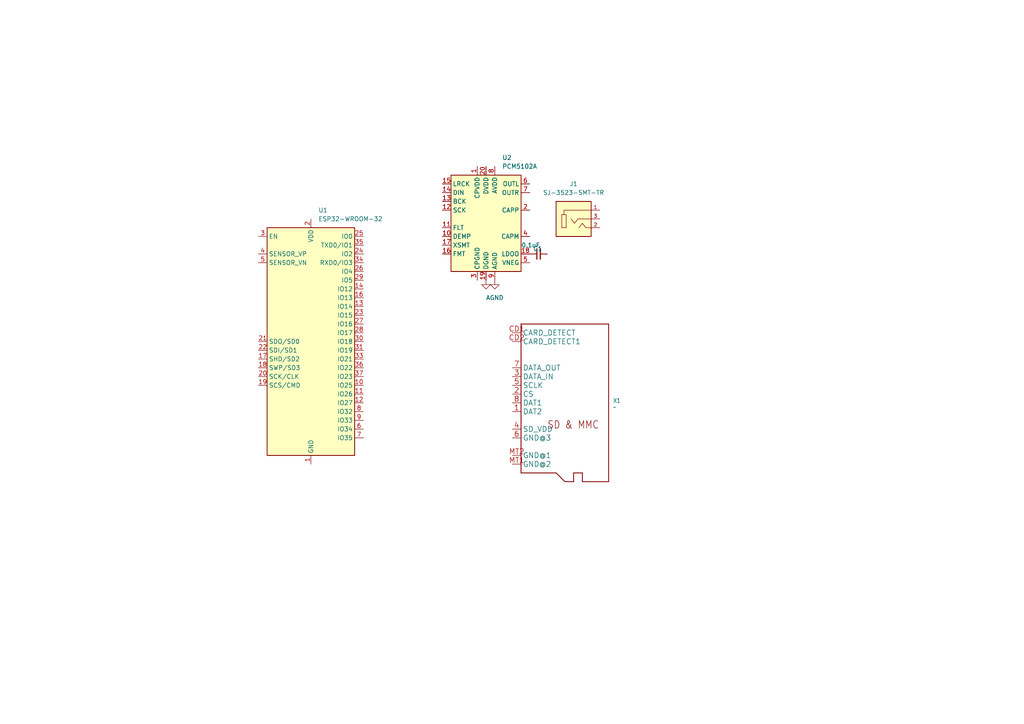
<source format=kicad_sch>
(kicad_sch (version 20250114) (generator "eeschema") (generator_version "9.0")
  (paper "A4")
  (lib_symbols
    (symbol "Adafruit_microSD:MICROSD"
      (property "Reference" "X" (at -12.7 22.606 0))
      (symbol "MICROSD_1_0"
        (polyline (pts (xy -12.7 20.32) (xy -12.7 -22.86)) (stroke (width 0.254)))
        (polyline (pts (xy -12.7 -22.86) (xy -2.54 -22.86)) (stroke (width 0.254)))
        (polyline (pts (xy -2.54 -22.86) (xy 0 -25.4)) (stroke (width 0.254)))
        (polyline (pts (xy 0 -25.4) (xy 2.54 -25.4)) (stroke (width 0.254)))
        (polyline (pts (xy 2.54 -22.86) (xy 5.08 -22.86)) (stroke (width 0.254)))
        (polyline (pts (xy 2.54 -25.4) (xy 2.54 -22.86)) (stroke (width 0.254)))
        (polyline (pts (xy 5.08 -22.86) (xy 5.08 -25.4)) (stroke (width 0.254)))
        (polyline (pts (xy 5.08 -25.4) (xy 12.7 -25.4)) (stroke (width 0.254)))
        (polyline (pts (xy 12.7 20.32) (xy -12.7 20.32)) (stroke (width 0.254)))
        (polyline (pts (xy 12.7 -25.4) (xy 12.7 20.32)) (stroke (width 0.254)))
        (text "SD & MMC" (at -5.08 -10.16 0) (effects (font (size 2.1844 1.8567)) (justify left bottom)))
        (pin passive line (at -15.24 17.78 0) (length 2.54) (name "CARD_DETECT") (number "CD1"))
        (pin passive line (at -15.24 15.24 0) (length 2.54) (name "CARD_DETECT1") (number "CD2"))
        (pin output line (at -15.24 7.62 0) (length 2.54) (name "DATA_OUT") (number "7"))
        (pin input line (at -15.24 5.08 0) (length 2.54) (name "DATA_IN") (number "3"))
        (pin input line (at -15.24 2.54 0) (length 2.54) (name "SCLK") (number "5"))
        (pin input line (at -15.24 0 0) (length 2.54) (name "CS") (number "2"))
        (pin bidirectional line (at -15.24 -2.54 0) (length 2.54) (name "DAT1") (number "8"))
        (pin bidirectional line (at -15.24 -5.08 0) (length 2.54) (name "DAT2") (number "1"))
        (pin power_in line (at -15.24 -10.16 0) (length 2.54) (name "SD_VDD") (number "4"))
        (pin power_in line (at -15.24 -12.7 0) (length 2.54) (name "GND@3") (number "6"))
        (pin power_in line (at -15.24 -17.78 0) (length 2.54) (name "GND@1") (number "MT2"))
        (pin power_in line (at -15.24 -20.32 0) (length 2.54) (name "GND@2") (number "MT1"))
      )
    )
    (symbol "Audio:PCM5102A"
      (property "Reference" "U" (at -10.16 13.97 0))
      (property "Value" "PCM5102A" (at 3.81 13.97 0))
      (symbol "PCM5102A_0_1"
        (rectangle (start -10.16 12.7) (end 10.16 -15.24) (stroke (width 0.254)) (fill (type background)))
      )
      (symbol "PCM5102A_1_1"
        (pin input line (at -12.7 10.16 0) (length 2.54) (name "LRCK") (number "15"))
        (pin input line (at -12.7 7.62 0) (length 2.54) (name "DIN") (number "14"))
        (pin input line (at -12.7 5.08 0) (length 2.54) (name "BCK") (number "13"))
        (pin input line (at -12.7 2.54 0) (length 2.54) (name "SCK") (number "12"))
        (pin input line (at -12.7 -2.54 0) (length 2.54) (name "FLT") (number "11"))
        (pin input line (at -12.7 -5.08 0) (length 2.54) (name "DEMP") (number "10"))
        (pin input line (at -12.7 -7.62 0) (length 2.54) (name "XSMT") (number "17"))
        (pin input line (at -12.7 -10.16 0) (length 2.54) (name "FMT") (number "16"))
        (pin passive line (at -2.54 15.24 270) (length 2.54) (name "CPVDD") (number "1"))
        (pin power_in line (at -2.54 -17.78 90) (length 2.54) (name "CPGND") (number "3"))
        (pin power_in line (at 0 15.24 270) (length 2.54) (name "DVDD") (number "20"))
        (pin power_in line (at 0 -17.78 90) (length 2.54) (name "DGND") (number "19"))
        (pin power_in line (at 2.54 15.24 270) (length 2.54) (name "AVDD") (number "8"))
        (pin power_in line (at 2.54 -17.78 90) (length 2.54) (name "AGND") (number "9"))
        (pin output line (at 12.7 10.16 180) (length 2.54) (name "OUTL") (number "6"))
        (pin output line (at 12.7 7.62 180) (length 2.54) (name "OUTR") (number "7"))
        (pin passive line (at 12.7 2.54 180) (length 2.54) (name "CAPP") (number "2"))
        (pin passive line (at 12.7 -5.08 180) (length 2.54) (name "CAPM") (number "4"))
        (pin passive line (at 12.7 -10.16 180) (length 2.54) (name "LDOO") (number "18"))
        (pin passive line (at 12.7 -12.7 180) (length 2.54) (name "VNEG") (number "5"))
      )
    )
    (symbol "Device:C_Small" (pin_numbers (hide yes)) (pin_names (offset 0.254) (hide yes))
      (property "Reference" "C" (at 0.254 1.778 0))
      (property "Value" "C_Small" (at 0.254 -2.032 0))
      (symbol "C_Small_0_1"
        (polyline (pts (xy -1.524 0.508) (xy 1.524 0.508)) (stroke (width 0.3048)))
        (polyline (pts (xy -1.524 -0.508) (xy 1.524 -0.508)) (stroke (width 0.3302)))
      )
      (symbol "C_Small_1_1"
        (pin passive line (at 0 2.54 270) (length 2.032) (name "~") (number "1"))
        (pin passive line (at 0 -2.54 90) (length 2.032) (name "~") (number "2"))
      )
    )
    (symbol "RF_Module:ESP32-WROOM-32"
      (property "Reference" "U" (at -12.7 34.29 0))
      (property "Value" "ESP32-WROOM-32" (at 1.27 34.29 0))
      (symbol "ESP32-WROOM-32_0_1"
        (rectangle (start -12.7 33.02) (end 12.7 -33.02) (stroke (width 0.254)) (fill (type background)))
      )
      (symbol "ESP32-WROOM-32_1_1"
        (pin input line (at -15.24 30.48 0) (length 2.54) (name "EN") (number "3"))
        (pin input line (at -15.24 25.4 0) (length 2.54) (name "SENSOR_VP") (number "4"))
        (pin input line (at -15.24 22.86 0) (length 2.54) (name "SENSOR_VN") (number "5"))
        (pin bidirectional line (at -15.24 0 0) (length 2.54) (name "SDO/SD0") (number "21"))
        (pin bidirectional line (at -15.24 -2.54 0) (length 2.54) (name "SDI/SD1") (number "22"))
        (pin bidirectional line (at -15.24 -5.08 0) (length 2.54) (name "SHD/SD2") (number "17"))
        (pin bidirectional line (at -15.24 -7.62 0) (length 2.54) (name "SWP/SD3") (number "18"))
        (pin bidirectional line (at -15.24 -10.16 0) (length 2.54) (name "SCK/CLK") (number "20"))
        (pin bidirectional line (at -15.24 -12.7 0) (length 2.54) (name "SCS/CMD") (number "19"))
        (pin no_connect line (at -12.7 -27.94 0) (length 2.54) (hide yes) (name "NC") (number "32"))
        (pin power_in line (at 0 35.56 270) (length 2.54) (name "VDD") (number "2"))
        (pin power_in line (at 0 -35.56 90) (length 2.54) (name "GND") (number "1"))
        (pin passive line (at 0 -35.56 90) (length 2.54) (hide yes) (name "GND") (number "15"))
        (pin passive line (at 0 -35.56 90) (length 2.54) (hide yes) (name "GND") (number "38"))
        (pin passive line (at 0 -35.56 90) (length 2.54) (hide yes) (name "GND") (number "39"))
        (pin bidirectional line (at 15.24 30.48 180) (length 2.54) (name "IO0") (number "25"))
        (pin bidirectional line (at 15.24 27.94 180) (length 2.54) (name "TXD0/IO1") (number "35"))
        (pin bidirectional line (at 15.24 25.4 180) (length 2.54) (name "IO2") (number "24"))
        (pin bidirectional line (at 15.24 22.86 180) (length 2.54) (name "RXD0/IO3") (number "34"))
        (pin bidirectional line (at 15.24 20.32 180) (length 2.54) (name "IO4") (number "26"))
        (pin bidirectional line (at 15.24 17.78 180) (length 2.54) (name "IO5") (number "29"))
        (pin bidirectional line (at 15.24 15.24 180) (length 2.54) (name "IO12") (number "14"))
        (pin bidirectional line (at 15.24 12.7 180) (length 2.54) (name "IO13") (number "16"))
        (pin bidirectional line (at 15.24 10.16 180) (length 2.54) (name "IO14") (number "13"))
        (pin bidirectional line (at 15.24 7.62 180) (length 2.54) (name "IO15") (number "23"))
        (pin bidirectional line (at 15.24 5.08 180) (length 2.54) (name "IO16") (number "27"))
        (pin bidirectional line (at 15.24 2.54 180) (length 2.54) (name "IO17") (number "28"))
        (pin bidirectional line (at 15.24 0 180) (length 2.54) (name "IO18") (number "30"))
        (pin bidirectional line (at 15.24 -2.54 180) (length 2.54) (name "IO19") (number "31"))
        (pin bidirectional line (at 15.24 -5.08 180) (length 2.54) (name "IO21") (number "33"))
        (pin bidirectional line (at 15.24 -7.62 180) (length 2.54) (name "IO22") (number "36"))
        (pin bidirectional line (at 15.24 -10.16 180) (length 2.54) (name "IO23") (number "37"))
        (pin bidirectional line (at 15.24 -12.7 180) (length 2.54) (name "IO25") (number "10"))
        (pin bidirectional line (at 15.24 -15.24 180) (length 2.54) (name "IO26") (number "11"))
        (pin bidirectional line (at 15.24 -17.78 180) (length 2.54) (name "IO27") (number "12"))
        (pin bidirectional line (at 15.24 -20.32 180) (length 2.54) (name "IO32") (number "8"))
        (pin bidirectional line (at 15.24 -22.86 180) (length 2.54) (name "IO33") (number "9"))
        (pin input line (at 15.24 -25.4 180) (length 2.54) (name "IO34") (number "6"))
        (pin input line (at 15.24 -27.94 180) (length 2.54) (name "IO35") (number "7"))
      )
    )
    (symbol "SJ-3523-SMT-TR:SJ-3523-SMT-TR" (pin_names (offset 1.016))
      (property "Reference" "J" (at -5.1004 5.738 0))
      (property "Value" "SJ-3523-SMT-TR" (at -5.1006 -7.6509 0))
      (symbol "SJ-3523-SMT-TR_0_0"
        (rectangle (start -5.08 -5.08) (end 5.08 5.08) (stroke (width 0.254)) (fill (type background)))
        (polyline (pts (xy -3.429 1.27) (xy -3.429 -2.54)) (stroke (width 0.1524)))
        (polyline (pts (xy -3.429 -2.54) (xy -2.159 -2.54)) (stroke (width 0.1524)))
        (polyline (pts (xy -2.794 2.54) (xy 5.08 2.54)) (stroke (width 0.1524)))
        (polyline (pts (xy -2.794 1.27) (xy -3.429 1.27)) (stroke (width 0.1524)))
        (polyline (pts (xy -2.794 1.27) (xy -2.794 2.54)) (stroke (width 0.1524)))
        (polyline (pts (xy -2.159 1.27) (xy -2.794 1.27)) (stroke (width 0.1524)))
        (polyline (pts (xy -2.159 -2.54) (xy -2.159 1.27)) (stroke (width 0.1524)))
        (polyline (pts (xy 0.254 -1.27) (xy -0.762 0)) (stroke (width 0.1524)))
        (polyline (pts (xy 1.27 0) (xy 0.254 -1.27)) (stroke (width 0.1524)))
        (polyline (pts (xy 1.524 -2.54) (xy 2.54 -1.27)) (stroke (width 0.1524)))
        (polyline (pts (xy 2.54 -1.27) (xy 3.556 -2.54)) (stroke (width 0.1524)))
        (polyline (pts (xy 5.08 0) (xy 1.27 0)) (stroke (width 0.1524)))
        (polyline (pts (xy 5.08 -2.54) (xy 3.556 -2.54)) (stroke (width 0.1524)))
        (pin passive line (at 7.62 2.54 180) (length 2.54) (name "~") (number "1"))
        (pin passive line (at 7.62 0 180) (length 2.54) (name "~") (number "3"))
        (pin passive line (at 7.62 -2.54 180) (length 2.54) (name "~") (number "2"))
      )
    )
    (symbol "power:GND" (power) (pin_numbers (hide yes)) (pin_names (offset 0) (hide yes))
      (property "Value" "GND" (at 0 -3.81 0))
      (symbol "GND_0_1"
        (polyline (pts (xy 0 0) (xy 0 -1.27) (xy 1.27 -1.27) (xy 0 -2.54) (xy -1.27 -1.27) (xy 0 -1.27)))
      )
      (symbol "GND_1_1"
        (pin power_in line (at 0 0 270) (length 0) (name "~") (number "1"))
      )
    )
  )
  (symbol (lib_id "power:GND") (at 143.51 81.28 0) (unit 1)
    (property "Reference" "#PWR01" (effects (hide yes)))
    (property "Value" "AGND" (at 143.51 86.36 0))
    (property "Description" "Power symbol creates a global label with name \"GND\" , ground" (effects (hide yes)))
  )
  (symbol (lib_id "Audio:PCM5102A") (at 140.97 63.5 0) (unit 1)
    (property "Reference" "U2" (at 145.6533 45.72 0) (effects (justify left)))
    (property "Value" "PCM5102A" (at 145.6533 48.26 0) (effects (justify left)))
    (property "Footprint" "Package_SO:TSSOP-20_4.4x6.5mm_P0.65mm" (effects (hide yes)))
    (property "Datasheet" "https://www.ti.com/lit/ds/symlink/pcm5102a.pdf" (effects (hide yes)))
    (property "Description" "2.1 VRMS, 112dB Audio Stereo DAC with PLL and 32-bit, 384kHz PCM Interface, TSSOP-20" (effects (hide yes)))
  )
  (symbol (lib_id "power:GND") (at 140.97 81.28 0) (unit 1)
    (property "Reference" "#PWR02" (effects (hide yes)))
    (property "Value" "GND" (effects (hide yes)))
    (property "Description" "Power symbol creates a global label with name \"GND\" , ground" (effects (hide yes)))
  )
  (symbol (lib_id "RF_Module:ESP32-WROOM-32") (at 90.17 99.06 0) (unit 1)
    (property "Reference" "U1" (at 92.3133 60.96 0) (effects (justify left)))
    (property "Value" "ESP32-WROOM-32" (at 92.3133 63.5 0) (effects (justify left)))
    (property "Footprint" "RF_Module:ESP32-WROOM-32" (effects (hide yes)))
    (property "Datasheet" "https://www.espressif.com/sites/default/files/documentation/esp32-wroom-32_datasheet_en.pdf" (effects (hide yes)))
    (property "Description" "RF Module, ESP32-D0WDQ6 SoC, Wi-Fi 802.11b/g/n, Bluetooth, BLE, 32-bit, 2.7-3.6V, onboard antenna, SMD" (effects (hide yes)))
  )
  (symbol (lib_id "Adafruit_microSD:MICROSD") (at 163.83 114.3 0) (unit 1)
    (property "Reference" "X1" (at 177.8 116.2049 0) (effects (font (size 1.27 1.0795)) (justify left)))
    (property "Value" "~" (at 177.8 118.11 0) (effects (font (size 1.27 1.0795)) (justify left)))
    (property "Footprint" "Adafruit SDIO microSD:MICROSD" (effects (hide yes)))
    (property "Description" "MicroSD/Transflash Card Holder with SPI pinout\n\n3M: 2908-05WB-MG4UConnector: 19656\n\nFootprint courtesy: Adafruit Industries" (effects (hide yes)))
  )
  (symbol (lib_id "Device:C_Small") (at 156.21 73.66 90) (unit 1)
    (property "Reference" "C1" (at 155.956 72.136 90))
    (property "Value" "0.1uF" (at 153.924 71.12 90))
    (property "Description" "Unpolarized capacitor, small symbol" (effects (hide yes)))
  )
  (symbol (lib_id "SJ-3523-SMT-TR:SJ-3523-SMT-TR") (at 166.37 63.5 0) (unit 1)
    (property "Reference" "J1" (at 166.37 53.34 0))
    (property "Value" "SJ-3523-SMT-TR" (at 166.37 55.88 0))
    (property "Footprint" "SJ-3523-SMT-TR:CUI_SJ-3523-SMT-TR" (effects (hide yes)))
    (property "MF" "Same Sky" (effects (hide yes)))
    (property "Description_1" "3.5 mm, Stereo, Right Angle, Surface Mount (SMT), 3 Conductors, 0 Internal Switches, Audio Jack Connector" (effects (hide yes)))
    (property "Package" "None" (effects (hide yes)))
    (property "Price" "None" (effects (hide yes)))
    (property "STANDARD" "Manufacturer recommendations" (effects (hide yes)))
    (property "SnapEDA_Link" "https://www.snapeda.com/parts/SJ-3523-SMT-TR/Same+Sky/view-part/?ref=snap" (effects (hide yes)))
    (property "MP" "SJ-3523-SMT-TR" (effects (hide yes)))
    (property "Availability" "In Stock" (effects (hide yes)))
    (property "Check_prices" "https://www.snapeda.com/parts/SJ-3523-SMT-TR/Same+Sky/view-part/?ref=eda" (effects (hide yes)))
  )
)
</source>
